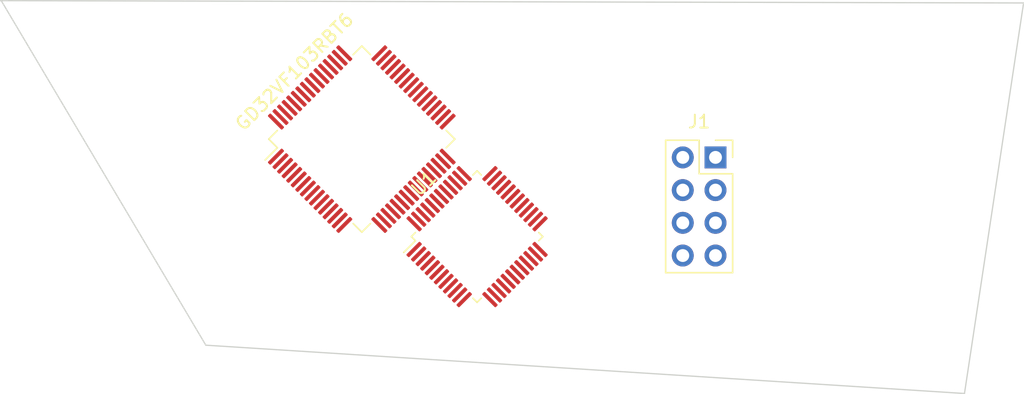
<source format=kicad_pcb>
(kicad_pcb (version 20171130) (host pcbnew "(5.1.2-1)-1")

  (general
    (thickness 1.6)
    (drawings 5)
    (tracks 0)
    (zones 0)
    (modules 3)
    (nets 121)
  )

  (page A4)
  (layers
    (0 F.Cu signal)
    (31 B.Cu signal)
    (32 B.Adhes user)
    (33 F.Adhes user)
    (34 B.Paste user)
    (35 F.Paste user)
    (36 B.SilkS user)
    (37 F.SilkS user)
    (38 B.Mask user)
    (39 F.Mask user)
    (40 Dwgs.User user)
    (41 Cmts.User user)
    (42 Eco1.User user)
    (43 Eco2.User user)
    (44 Edge.Cuts user)
    (45 Margin user)
    (46 B.CrtYd user)
    (47 F.CrtYd user)
    (48 B.Fab user)
    (49 F.Fab user)
  )

  (setup
    (last_trace_width 0.25)
    (trace_clearance 0.2)
    (zone_clearance 0.508)
    (zone_45_only no)
    (trace_min 0.2)
    (via_size 0.8)
    (via_drill 0.4)
    (via_min_size 0.4)
    (via_min_drill 0.3)
    (uvia_size 0.3)
    (uvia_drill 0.1)
    (uvias_allowed no)
    (uvia_min_size 0.2)
    (uvia_min_drill 0.1)
    (edge_width 0.05)
    (segment_width 0.2)
    (pcb_text_width 0.3)
    (pcb_text_size 1.5 1.5)
    (mod_edge_width 0.12)
    (mod_text_size 1 1)
    (mod_text_width 0.15)
    (pad_size 1.524 1.524)
    (pad_drill 0.762)
    (pad_to_mask_clearance 0.051)
    (solder_mask_min_width 0.25)
    (aux_axis_origin 0 0)
    (visible_elements FFFFFF7F)
    (pcbplotparams
      (layerselection 0x010fc_ffffffff)
      (usegerberextensions false)
      (usegerberattributes false)
      (usegerberadvancedattributes false)
      (creategerberjobfile false)
      (excludeedgelayer true)
      (linewidth 0.100000)
      (plotframeref false)
      (viasonmask false)
      (mode 1)
      (useauxorigin false)
      (hpglpennumber 1)
      (hpglpenspeed 20)
      (hpglpendiameter 15.000000)
      (psnegative false)
      (psa4output false)
      (plotreference true)
      (plotvalue true)
      (plotinvisibletext false)
      (padsonsilk false)
      (subtractmaskfromsilk false)
      (outputformat 1)
      (mirror false)
      (drillshape 1)
      (scaleselection 1)
      (outputdirectory ""))
  )

  (net 0 "")
  (net 1 "Net-(U1-Pad48)")
  (net 2 "Net-(U1-Pad47)")
  (net 3 "Net-(U1-Pad46)")
  (net 4 "Net-(U1-Pad45)")
  (net 5 "Net-(U1-Pad44)")
  (net 6 "Net-(U1-Pad43)")
  (net 7 "Net-(U1-Pad42)")
  (net 8 "Net-(U1-Pad41)")
  (net 9 "Net-(U1-Pad40)")
  (net 10 "Net-(U1-Pad39)")
  (net 11 "Net-(U1-Pad38)")
  (net 12 "Net-(U1-Pad37)")
  (net 13 "Net-(U1-Pad36)")
  (net 14 "Net-(U1-Pad35)")
  (net 15 "Net-(U1-Pad34)")
  (net 16 "Net-(U1-Pad33)")
  (net 17 "Net-(U1-Pad32)")
  (net 18 "Net-(U1-Pad31)")
  (net 19 "Net-(U1-Pad30)")
  (net 20 "Net-(U1-Pad29)")
  (net 21 "Net-(U1-Pad28)")
  (net 22 "Net-(U1-Pad27)")
  (net 23 "Net-(U1-Pad26)")
  (net 24 "Net-(U1-Pad25)")
  (net 25 "Net-(U1-Pad24)")
  (net 26 "Net-(U1-Pad23)")
  (net 27 "Net-(U1-Pad22)")
  (net 28 "Net-(U1-Pad21)")
  (net 29 "Net-(U1-Pad20)")
  (net 30 "Net-(U1-Pad19)")
  (net 31 "Net-(U1-Pad18)")
  (net 32 "Net-(U1-Pad17)")
  (net 33 "Net-(U1-Pad16)")
  (net 34 "Net-(U1-Pad15)")
  (net 35 "Net-(U1-Pad14)")
  (net 36 "Net-(U1-Pad13)")
  (net 37 "Net-(U1-Pad12)")
  (net 38 "Net-(U1-Pad11)")
  (net 39 "Net-(U1-Pad10)")
  (net 40 "Net-(U1-Pad9)")
  (net 41 "Net-(U1-Pad8)")
  (net 42 "Net-(U1-Pad7)")
  (net 43 "Net-(U1-Pad6)")
  (net 44 "Net-(U1-Pad5)")
  (net 45 "Net-(U1-Pad4)")
  (net 46 "Net-(U1-Pad3)")
  (net 47 "Net-(U1-Pad2)")
  (net 48 "Net-(U1-Pad1)")
  (net 49 "Net-(J1-Pad8)")
  (net 50 "Net-(J1-Pad7)")
  (net 51 "Net-(J1-Pad6)")
  (net 52 "Net-(J1-Pad5)")
  (net 53 "Net-(J1-Pad4)")
  (net 54 "Net-(J1-Pad3)")
  (net 55 "Net-(J1-Pad2)")
  (net 56 "Net-(J1-Pad1)")
  (net 57 "Net-(U2-Pad64)")
  (net 58 "Net-(U2-Pad63)")
  (net 59 "Net-(U2-Pad62)")
  (net 60 "Net-(U2-Pad61)")
  (net 61 "Net-(U2-Pad60)")
  (net 62 "Net-(U2-Pad59)")
  (net 63 "Net-(U2-Pad58)")
  (net 64 "Net-(U2-Pad57)")
  (net 65 "Net-(U2-Pad56)")
  (net 66 "Net-(U2-Pad55)")
  (net 67 "Net-(U2-Pad54)")
  (net 68 "Net-(U2-Pad53)")
  (net 69 "Net-(U2-Pad52)")
  (net 70 "Net-(U2-Pad51)")
  (net 71 "Net-(U2-Pad50)")
  (net 72 "Net-(U2-Pad49)")
  (net 73 "Net-(U2-Pad48)")
  (net 74 "Net-(U2-Pad47)")
  (net 75 "Net-(U2-Pad46)")
  (net 76 "Net-(U2-Pad45)")
  (net 77 "Net-(U2-Pad44)")
  (net 78 "Net-(U2-Pad43)")
  (net 79 "Net-(U2-Pad42)")
  (net 80 "Net-(U2-Pad41)")
  (net 81 "Net-(U2-Pad40)")
  (net 82 "Net-(U2-Pad39)")
  (net 83 "Net-(U2-Pad38)")
  (net 84 "Net-(U2-Pad37)")
  (net 85 "Net-(U2-Pad36)")
  (net 86 "Net-(U2-Pad35)")
  (net 87 "Net-(U2-Pad34)")
  (net 88 "Net-(U2-Pad33)")
  (net 89 "Net-(U2-Pad32)")
  (net 90 "Net-(U2-Pad31)")
  (net 91 "Net-(U2-Pad30)")
  (net 92 "Net-(U2-Pad29)")
  (net 93 "Net-(U2-Pad28)")
  (net 94 "Net-(U2-Pad27)")
  (net 95 "Net-(U2-Pad26)")
  (net 96 "Net-(U2-Pad25)")
  (net 97 "Net-(U2-Pad24)")
  (net 98 "Net-(U2-Pad23)")
  (net 99 "Net-(U2-Pad22)")
  (net 100 "Net-(U2-Pad21)")
  (net 101 "Net-(U2-Pad20)")
  (net 102 "Net-(U2-Pad19)")
  (net 103 "Net-(U2-Pad18)")
  (net 104 "Net-(U2-Pad17)")
  (net 105 "Net-(U2-Pad16)")
  (net 106 "Net-(U2-Pad15)")
  (net 107 "Net-(U2-Pad14)")
  (net 108 "Net-(U2-Pad13)")
  (net 109 "Net-(U2-Pad12)")
  (net 110 "Net-(U2-Pad11)")
  (net 111 "Net-(U2-Pad10)")
  (net 112 "Net-(U2-Pad9)")
  (net 113 "Net-(U2-Pad8)")
  (net 114 "Net-(U2-Pad7)")
  (net 115 "Net-(U2-Pad6)")
  (net 116 "Net-(U2-Pad5)")
  (net 117 "Net-(U2-Pad4)")
  (net 118 "Net-(U2-Pad3)")
  (net 119 "Net-(U2-Pad2)")
  (net 120 "Net-(U2-Pad1)")

  (net_class Default 这是默认网络类。
    (clearance 0.2)
    (trace_width 0.25)
    (via_dia 0.8)
    (via_drill 0.4)
    (uvia_dia 0.3)
    (uvia_drill 0.1)
    (add_net "Net-(J1-Pad1)")
    (add_net "Net-(J1-Pad2)")
    (add_net "Net-(J1-Pad3)")
    (add_net "Net-(J1-Pad4)")
    (add_net "Net-(J1-Pad5)")
    (add_net "Net-(J1-Pad6)")
    (add_net "Net-(J1-Pad7)")
    (add_net "Net-(J1-Pad8)")
    (add_net "Net-(U1-Pad1)")
    (add_net "Net-(U1-Pad10)")
    (add_net "Net-(U1-Pad11)")
    (add_net "Net-(U1-Pad12)")
    (add_net "Net-(U1-Pad13)")
    (add_net "Net-(U1-Pad14)")
    (add_net "Net-(U1-Pad15)")
    (add_net "Net-(U1-Pad16)")
    (add_net "Net-(U1-Pad17)")
    (add_net "Net-(U1-Pad18)")
    (add_net "Net-(U1-Pad19)")
    (add_net "Net-(U1-Pad2)")
    (add_net "Net-(U1-Pad20)")
    (add_net "Net-(U1-Pad21)")
    (add_net "Net-(U1-Pad22)")
    (add_net "Net-(U1-Pad23)")
    (add_net "Net-(U1-Pad24)")
    (add_net "Net-(U1-Pad25)")
    (add_net "Net-(U1-Pad26)")
    (add_net "Net-(U1-Pad27)")
    (add_net "Net-(U1-Pad28)")
    (add_net "Net-(U1-Pad29)")
    (add_net "Net-(U1-Pad3)")
    (add_net "Net-(U1-Pad30)")
    (add_net "Net-(U1-Pad31)")
    (add_net "Net-(U1-Pad32)")
    (add_net "Net-(U1-Pad33)")
    (add_net "Net-(U1-Pad34)")
    (add_net "Net-(U1-Pad35)")
    (add_net "Net-(U1-Pad36)")
    (add_net "Net-(U1-Pad37)")
    (add_net "Net-(U1-Pad38)")
    (add_net "Net-(U1-Pad39)")
    (add_net "Net-(U1-Pad4)")
    (add_net "Net-(U1-Pad40)")
    (add_net "Net-(U1-Pad41)")
    (add_net "Net-(U1-Pad42)")
    (add_net "Net-(U1-Pad43)")
    (add_net "Net-(U1-Pad44)")
    (add_net "Net-(U1-Pad45)")
    (add_net "Net-(U1-Pad46)")
    (add_net "Net-(U1-Pad47)")
    (add_net "Net-(U1-Pad48)")
    (add_net "Net-(U1-Pad5)")
    (add_net "Net-(U1-Pad6)")
    (add_net "Net-(U1-Pad7)")
    (add_net "Net-(U1-Pad8)")
    (add_net "Net-(U1-Pad9)")
    (add_net "Net-(U2-Pad1)")
    (add_net "Net-(U2-Pad10)")
    (add_net "Net-(U2-Pad11)")
    (add_net "Net-(U2-Pad12)")
    (add_net "Net-(U2-Pad13)")
    (add_net "Net-(U2-Pad14)")
    (add_net "Net-(U2-Pad15)")
    (add_net "Net-(U2-Pad16)")
    (add_net "Net-(U2-Pad17)")
    (add_net "Net-(U2-Pad18)")
    (add_net "Net-(U2-Pad19)")
    (add_net "Net-(U2-Pad2)")
    (add_net "Net-(U2-Pad20)")
    (add_net "Net-(U2-Pad21)")
    (add_net "Net-(U2-Pad22)")
    (add_net "Net-(U2-Pad23)")
    (add_net "Net-(U2-Pad24)")
    (add_net "Net-(U2-Pad25)")
    (add_net "Net-(U2-Pad26)")
    (add_net "Net-(U2-Pad27)")
    (add_net "Net-(U2-Pad28)")
    (add_net "Net-(U2-Pad29)")
    (add_net "Net-(U2-Pad3)")
    (add_net "Net-(U2-Pad30)")
    (add_net "Net-(U2-Pad31)")
    (add_net "Net-(U2-Pad32)")
    (add_net "Net-(U2-Pad33)")
    (add_net "Net-(U2-Pad34)")
    (add_net "Net-(U2-Pad35)")
    (add_net "Net-(U2-Pad36)")
    (add_net "Net-(U2-Pad37)")
    (add_net "Net-(U2-Pad38)")
    (add_net "Net-(U2-Pad39)")
    (add_net "Net-(U2-Pad4)")
    (add_net "Net-(U2-Pad40)")
    (add_net "Net-(U2-Pad41)")
    (add_net "Net-(U2-Pad42)")
    (add_net "Net-(U2-Pad43)")
    (add_net "Net-(U2-Pad44)")
    (add_net "Net-(U2-Pad45)")
    (add_net "Net-(U2-Pad46)")
    (add_net "Net-(U2-Pad47)")
    (add_net "Net-(U2-Pad48)")
    (add_net "Net-(U2-Pad49)")
    (add_net "Net-(U2-Pad5)")
    (add_net "Net-(U2-Pad50)")
    (add_net "Net-(U2-Pad51)")
    (add_net "Net-(U2-Pad52)")
    (add_net "Net-(U2-Pad53)")
    (add_net "Net-(U2-Pad54)")
    (add_net "Net-(U2-Pad55)")
    (add_net "Net-(U2-Pad56)")
    (add_net "Net-(U2-Pad57)")
    (add_net "Net-(U2-Pad58)")
    (add_net "Net-(U2-Pad59)")
    (add_net "Net-(U2-Pad6)")
    (add_net "Net-(U2-Pad60)")
    (add_net "Net-(U2-Pad61)")
    (add_net "Net-(U2-Pad62)")
    (add_net "Net-(U2-Pad63)")
    (add_net "Net-(U2-Pad64)")
    (add_net "Net-(U2-Pad7)")
    (add_net "Net-(U2-Pad8)")
    (add_net "Net-(U2-Pad9)")
  )

  (module Package_QFP:LQFP-64_10x10mm_P0.5mm (layer F.Cu) (tedit 5C194D4E) (tstamp 5EBB62EC)
    (at 106.44 61.9 45)
    (descr "LQFP, 64 Pin (https://www.analog.com/media/en/technical-documentation/data-sheets/ad7606_7606-6_7606-4.pdf), generated with kicad-footprint-generator ipc_gullwing_generator.py")
    (tags "LQFP QFP")
    (path /5EBB8943)
    (attr smd)
    (fp_text reference GD32VF103RBT6 (at 0 -7.4 45) (layer F.SilkS)
      (effects (font (size 1 1) (thickness 0.15)))
    )
    (fp_text value GD32VF103RBTx (at -7.863027 -0.678823 135) (layer F.Fab)
      (effects (font (size 1 1) (thickness 0.15)))
    )
    (fp_text user %R (at 0 0 135) (layer F.Fab)
      (effects (font (size 1 1) (thickness 0.15)))
    )
    (fp_line (start 6.7 4.15) (end 6.7 0) (layer F.CrtYd) (width 0.05))
    (fp_line (start 5.25 4.15) (end 6.7 4.15) (layer F.CrtYd) (width 0.05))
    (fp_line (start 5.25 5.25) (end 5.25 4.15) (layer F.CrtYd) (width 0.05))
    (fp_line (start 4.15 5.25) (end 5.25 5.25) (layer F.CrtYd) (width 0.05))
    (fp_line (start 4.15 6.7) (end 4.15 5.25) (layer F.CrtYd) (width 0.05))
    (fp_line (start 0 6.7) (end 4.15 6.7) (layer F.CrtYd) (width 0.05))
    (fp_line (start -6.7 4.15) (end -6.7 0) (layer F.CrtYd) (width 0.05))
    (fp_line (start -5.25 4.15) (end -6.7 4.15) (layer F.CrtYd) (width 0.05))
    (fp_line (start -5.25 5.25) (end -5.25 4.15) (layer F.CrtYd) (width 0.05))
    (fp_line (start -4.15 5.25) (end -5.25 5.25) (layer F.CrtYd) (width 0.05))
    (fp_line (start -4.15 6.7) (end -4.15 5.25) (layer F.CrtYd) (width 0.05))
    (fp_line (start 0 6.7) (end -4.15 6.7) (layer F.CrtYd) (width 0.05))
    (fp_line (start 6.7 -4.15) (end 6.7 0) (layer F.CrtYd) (width 0.05))
    (fp_line (start 5.25 -4.15) (end 6.7 -4.15) (layer F.CrtYd) (width 0.05))
    (fp_line (start 5.25 -5.25) (end 5.25 -4.15) (layer F.CrtYd) (width 0.05))
    (fp_line (start 4.15 -5.25) (end 5.25 -5.25) (layer F.CrtYd) (width 0.05))
    (fp_line (start 4.15 -6.7) (end 4.15 -5.25) (layer F.CrtYd) (width 0.05))
    (fp_line (start 0 -6.7) (end 4.15 -6.7) (layer F.CrtYd) (width 0.05))
    (fp_line (start -6.7 -4.15) (end -6.7 0) (layer F.CrtYd) (width 0.05))
    (fp_line (start -5.25 -4.15) (end -6.7 -4.15) (layer F.CrtYd) (width 0.05))
    (fp_line (start -5.25 -5.25) (end -5.25 -4.15) (layer F.CrtYd) (width 0.05))
    (fp_line (start -4.15 -5.25) (end -5.25 -5.25) (layer F.CrtYd) (width 0.05))
    (fp_line (start -4.15 -6.7) (end -4.15 -5.25) (layer F.CrtYd) (width 0.05))
    (fp_line (start 0 -6.7) (end -4.15 -6.7) (layer F.CrtYd) (width 0.05))
    (fp_line (start -5 -4) (end -4 -5) (layer F.Fab) (width 0.1))
    (fp_line (start -5 5) (end -5 -4) (layer F.Fab) (width 0.1))
    (fp_line (start 5 5) (end -5 5) (layer F.Fab) (width 0.1))
    (fp_line (start 5 -5) (end 5 5) (layer F.Fab) (width 0.1))
    (fp_line (start -4 -5) (end 5 -5) (layer F.Fab) (width 0.1))
    (fp_line (start -5.11 -4.16) (end -6.45 -4.16) (layer F.SilkS) (width 0.12))
    (fp_line (start -5.11 -5.11) (end -5.11 -4.16) (layer F.SilkS) (width 0.12))
    (fp_line (start -4.16 -5.11) (end -5.11 -5.11) (layer F.SilkS) (width 0.12))
    (fp_line (start 5.11 -5.11) (end 5.11 -4.16) (layer F.SilkS) (width 0.12))
    (fp_line (start 4.16 -5.11) (end 5.11 -5.11) (layer F.SilkS) (width 0.12))
    (fp_line (start -5.11 5.11) (end -5.11 4.16) (layer F.SilkS) (width 0.12))
    (fp_line (start -4.16 5.11) (end -5.11 5.11) (layer F.SilkS) (width 0.12))
    (fp_line (start 5.11 5.11) (end 5.11 4.16) (layer F.SilkS) (width 0.12))
    (fp_line (start 4.16 5.11) (end 5.11 5.11) (layer F.SilkS) (width 0.12))
    (pad 64 smd roundrect (at -3.75 -5.675 45) (size 0.3 1.55) (layers F.Cu F.Paste F.Mask) (roundrect_rratio 0.25)
      (net 57 "Net-(U2-Pad64)"))
    (pad 63 smd roundrect (at -3.25 -5.675 45) (size 0.3 1.55) (layers F.Cu F.Paste F.Mask) (roundrect_rratio 0.25)
      (net 58 "Net-(U2-Pad63)"))
    (pad 62 smd roundrect (at -2.75 -5.675 45) (size 0.3 1.55) (layers F.Cu F.Paste F.Mask) (roundrect_rratio 0.25)
      (net 59 "Net-(U2-Pad62)"))
    (pad 61 smd roundrect (at -2.25 -5.675 45) (size 0.3 1.55) (layers F.Cu F.Paste F.Mask) (roundrect_rratio 0.25)
      (net 60 "Net-(U2-Pad61)"))
    (pad 60 smd roundrect (at -1.75 -5.675 45) (size 0.3 1.55) (layers F.Cu F.Paste F.Mask) (roundrect_rratio 0.25)
      (net 61 "Net-(U2-Pad60)"))
    (pad 59 smd roundrect (at -1.25 -5.675 45) (size 0.3 1.55) (layers F.Cu F.Paste F.Mask) (roundrect_rratio 0.25)
      (net 62 "Net-(U2-Pad59)"))
    (pad 58 smd roundrect (at -0.75 -5.675 45) (size 0.3 1.55) (layers F.Cu F.Paste F.Mask) (roundrect_rratio 0.25)
      (net 63 "Net-(U2-Pad58)"))
    (pad 57 smd roundrect (at -0.25 -5.675 45) (size 0.3 1.55) (layers F.Cu F.Paste F.Mask) (roundrect_rratio 0.25)
      (net 64 "Net-(U2-Pad57)"))
    (pad 56 smd roundrect (at 0.25 -5.675 45) (size 0.3 1.55) (layers F.Cu F.Paste F.Mask) (roundrect_rratio 0.25)
      (net 65 "Net-(U2-Pad56)"))
    (pad 55 smd roundrect (at 0.75 -5.675 45) (size 0.3 1.55) (layers F.Cu F.Paste F.Mask) (roundrect_rratio 0.25)
      (net 66 "Net-(U2-Pad55)"))
    (pad 54 smd roundrect (at 1.25 -5.675 45) (size 0.3 1.55) (layers F.Cu F.Paste F.Mask) (roundrect_rratio 0.25)
      (net 67 "Net-(U2-Pad54)"))
    (pad 53 smd roundrect (at 1.75 -5.675 45) (size 0.3 1.55) (layers F.Cu F.Paste F.Mask) (roundrect_rratio 0.25)
      (net 68 "Net-(U2-Pad53)"))
    (pad 52 smd roundrect (at 2.25 -5.675 45) (size 0.3 1.55) (layers F.Cu F.Paste F.Mask) (roundrect_rratio 0.25)
      (net 69 "Net-(U2-Pad52)"))
    (pad 51 smd roundrect (at 2.75 -5.675 45) (size 0.3 1.55) (layers F.Cu F.Paste F.Mask) (roundrect_rratio 0.25)
      (net 70 "Net-(U2-Pad51)"))
    (pad 50 smd roundrect (at 3.25 -5.675 45) (size 0.3 1.55) (layers F.Cu F.Paste F.Mask) (roundrect_rratio 0.25)
      (net 71 "Net-(U2-Pad50)"))
    (pad 49 smd roundrect (at 3.75 -5.675 45) (size 0.3 1.55) (layers F.Cu F.Paste F.Mask) (roundrect_rratio 0.25)
      (net 72 "Net-(U2-Pad49)"))
    (pad 48 smd roundrect (at 5.675 -3.75 45) (size 1.55 0.3) (layers F.Cu F.Paste F.Mask) (roundrect_rratio 0.25)
      (net 73 "Net-(U2-Pad48)"))
    (pad 47 smd roundrect (at 5.675 -3.25 45) (size 1.55 0.3) (layers F.Cu F.Paste F.Mask) (roundrect_rratio 0.25)
      (net 74 "Net-(U2-Pad47)"))
    (pad 46 smd roundrect (at 5.675 -2.75 45) (size 1.55 0.3) (layers F.Cu F.Paste F.Mask) (roundrect_rratio 0.25)
      (net 75 "Net-(U2-Pad46)"))
    (pad 45 smd roundrect (at 5.675 -2.25 45) (size 1.55 0.3) (layers F.Cu F.Paste F.Mask) (roundrect_rratio 0.25)
      (net 76 "Net-(U2-Pad45)"))
    (pad 44 smd roundrect (at 5.675 -1.75 45) (size 1.55 0.3) (layers F.Cu F.Paste F.Mask) (roundrect_rratio 0.25)
      (net 77 "Net-(U2-Pad44)"))
    (pad 43 smd roundrect (at 5.675 -1.25 45) (size 1.55 0.3) (layers F.Cu F.Paste F.Mask) (roundrect_rratio 0.25)
      (net 78 "Net-(U2-Pad43)"))
    (pad 42 smd roundrect (at 5.675 -0.75 45) (size 1.55 0.3) (layers F.Cu F.Paste F.Mask) (roundrect_rratio 0.25)
      (net 79 "Net-(U2-Pad42)"))
    (pad 41 smd roundrect (at 5.675 -0.25 45) (size 1.55 0.3) (layers F.Cu F.Paste F.Mask) (roundrect_rratio 0.25)
      (net 80 "Net-(U2-Pad41)"))
    (pad 40 smd roundrect (at 5.675 0.25 45) (size 1.55 0.3) (layers F.Cu F.Paste F.Mask) (roundrect_rratio 0.25)
      (net 81 "Net-(U2-Pad40)"))
    (pad 39 smd roundrect (at 5.675 0.75 45) (size 1.55 0.3) (layers F.Cu F.Paste F.Mask) (roundrect_rratio 0.25)
      (net 82 "Net-(U2-Pad39)"))
    (pad 38 smd roundrect (at 5.675 1.25 45) (size 1.55 0.3) (layers F.Cu F.Paste F.Mask) (roundrect_rratio 0.25)
      (net 83 "Net-(U2-Pad38)"))
    (pad 37 smd roundrect (at 5.675 1.75 45) (size 1.55 0.3) (layers F.Cu F.Paste F.Mask) (roundrect_rratio 0.25)
      (net 84 "Net-(U2-Pad37)"))
    (pad 36 smd roundrect (at 5.675 2.25 45) (size 1.55 0.3) (layers F.Cu F.Paste F.Mask) (roundrect_rratio 0.25)
      (net 85 "Net-(U2-Pad36)"))
    (pad 35 smd roundrect (at 5.675 2.75 45) (size 1.55 0.3) (layers F.Cu F.Paste F.Mask) (roundrect_rratio 0.25)
      (net 86 "Net-(U2-Pad35)"))
    (pad 34 smd roundrect (at 5.675 3.25 45) (size 1.55 0.3) (layers F.Cu F.Paste F.Mask) (roundrect_rratio 0.25)
      (net 87 "Net-(U2-Pad34)"))
    (pad 33 smd roundrect (at 5.675 3.75 45) (size 1.55 0.3) (layers F.Cu F.Paste F.Mask) (roundrect_rratio 0.25)
      (net 88 "Net-(U2-Pad33)"))
    (pad 32 smd roundrect (at 3.75 5.675 45) (size 0.3 1.55) (layers F.Cu F.Paste F.Mask) (roundrect_rratio 0.25)
      (net 89 "Net-(U2-Pad32)"))
    (pad 31 smd roundrect (at 3.25 5.675 45) (size 0.3 1.55) (layers F.Cu F.Paste F.Mask) (roundrect_rratio 0.25)
      (net 90 "Net-(U2-Pad31)"))
    (pad 30 smd roundrect (at 2.75 5.675 45) (size 0.3 1.55) (layers F.Cu F.Paste F.Mask) (roundrect_rratio 0.25)
      (net 91 "Net-(U2-Pad30)"))
    (pad 29 smd roundrect (at 2.25 5.675 45) (size 0.3 1.55) (layers F.Cu F.Paste F.Mask) (roundrect_rratio 0.25)
      (net 92 "Net-(U2-Pad29)"))
    (pad 28 smd roundrect (at 1.75 5.675 45) (size 0.3 1.55) (layers F.Cu F.Paste F.Mask) (roundrect_rratio 0.25)
      (net 93 "Net-(U2-Pad28)"))
    (pad 27 smd roundrect (at 1.25 5.675 45) (size 0.3 1.55) (layers F.Cu F.Paste F.Mask) (roundrect_rratio 0.25)
      (net 94 "Net-(U2-Pad27)"))
    (pad 26 smd roundrect (at 0.75 5.675 45) (size 0.3 1.55) (layers F.Cu F.Paste F.Mask) (roundrect_rratio 0.25)
      (net 95 "Net-(U2-Pad26)"))
    (pad 25 smd roundrect (at 0.25 5.675 45) (size 0.3 1.55) (layers F.Cu F.Paste F.Mask) (roundrect_rratio 0.25)
      (net 96 "Net-(U2-Pad25)"))
    (pad 24 smd roundrect (at -0.25 5.675 45) (size 0.3 1.55) (layers F.Cu F.Paste F.Mask) (roundrect_rratio 0.25)
      (net 97 "Net-(U2-Pad24)"))
    (pad 23 smd roundrect (at -0.75 5.675 45) (size 0.3 1.55) (layers F.Cu F.Paste F.Mask) (roundrect_rratio 0.25)
      (net 98 "Net-(U2-Pad23)"))
    (pad 22 smd roundrect (at -1.25 5.675 45) (size 0.3 1.55) (layers F.Cu F.Paste F.Mask) (roundrect_rratio 0.25)
      (net 99 "Net-(U2-Pad22)"))
    (pad 21 smd roundrect (at -1.75 5.675 45) (size 0.3 1.55) (layers F.Cu F.Paste F.Mask) (roundrect_rratio 0.25)
      (net 100 "Net-(U2-Pad21)"))
    (pad 20 smd roundrect (at -2.25 5.675 45) (size 0.3 1.55) (layers F.Cu F.Paste F.Mask) (roundrect_rratio 0.25)
      (net 101 "Net-(U2-Pad20)"))
    (pad 19 smd roundrect (at -2.75 5.675 45) (size 0.3 1.55) (layers F.Cu F.Paste F.Mask) (roundrect_rratio 0.25)
      (net 102 "Net-(U2-Pad19)"))
    (pad 18 smd roundrect (at -3.25 5.675 45) (size 0.3 1.55) (layers F.Cu F.Paste F.Mask) (roundrect_rratio 0.25)
      (net 103 "Net-(U2-Pad18)"))
    (pad 17 smd roundrect (at -3.75 5.675 45) (size 0.3 1.55) (layers F.Cu F.Paste F.Mask) (roundrect_rratio 0.25)
      (net 104 "Net-(U2-Pad17)"))
    (pad 16 smd roundrect (at -5.675 3.75 45) (size 1.55 0.3) (layers F.Cu F.Paste F.Mask) (roundrect_rratio 0.25)
      (net 105 "Net-(U2-Pad16)"))
    (pad 15 smd roundrect (at -5.675 3.25 45) (size 1.55 0.3) (layers F.Cu F.Paste F.Mask) (roundrect_rratio 0.25)
      (net 106 "Net-(U2-Pad15)"))
    (pad 14 smd roundrect (at -5.675 2.75 45) (size 1.55 0.3) (layers F.Cu F.Paste F.Mask) (roundrect_rratio 0.25)
      (net 107 "Net-(U2-Pad14)"))
    (pad 13 smd roundrect (at -5.675 2.25 45) (size 1.55 0.3) (layers F.Cu F.Paste F.Mask) (roundrect_rratio 0.25)
      (net 108 "Net-(U2-Pad13)"))
    (pad 12 smd roundrect (at -5.675 1.75 45) (size 1.55 0.3) (layers F.Cu F.Paste F.Mask) (roundrect_rratio 0.25)
      (net 109 "Net-(U2-Pad12)"))
    (pad 11 smd roundrect (at -5.675 1.25 45) (size 1.55 0.3) (layers F.Cu F.Paste F.Mask) (roundrect_rratio 0.25)
      (net 110 "Net-(U2-Pad11)"))
    (pad 10 smd roundrect (at -5.675 0.75 45) (size 1.55 0.3) (layers F.Cu F.Paste F.Mask) (roundrect_rratio 0.25)
      (net 111 "Net-(U2-Pad10)"))
    (pad 9 smd roundrect (at -5.675 0.25 45) (size 1.55 0.3) (layers F.Cu F.Paste F.Mask) (roundrect_rratio 0.25)
      (net 112 "Net-(U2-Pad9)"))
    (pad 8 smd roundrect (at -5.675 -0.25 45) (size 1.55 0.3) (layers F.Cu F.Paste F.Mask) (roundrect_rratio 0.25)
      (net 113 "Net-(U2-Pad8)"))
    (pad 7 smd roundrect (at -5.675 -0.75 45) (size 1.55 0.3) (layers F.Cu F.Paste F.Mask) (roundrect_rratio 0.25)
      (net 114 "Net-(U2-Pad7)"))
    (pad 6 smd roundrect (at -5.675 -1.25 45) (size 1.55 0.3) (layers F.Cu F.Paste F.Mask) (roundrect_rratio 0.25)
      (net 115 "Net-(U2-Pad6)"))
    (pad 5 smd roundrect (at -5.675 -1.75 45) (size 1.55 0.3) (layers F.Cu F.Paste F.Mask) (roundrect_rratio 0.25)
      (net 116 "Net-(U2-Pad5)"))
    (pad 4 smd roundrect (at -5.675 -2.25 45) (size 1.55 0.3) (layers F.Cu F.Paste F.Mask) (roundrect_rratio 0.25)
      (net 117 "Net-(U2-Pad4)"))
    (pad 3 smd roundrect (at -5.675 -2.75 45) (size 1.55 0.3) (layers F.Cu F.Paste F.Mask) (roundrect_rratio 0.25)
      (net 118 "Net-(U2-Pad3)"))
    (pad 2 smd roundrect (at -5.675 -3.25 45) (size 1.55 0.3) (layers F.Cu F.Paste F.Mask) (roundrect_rratio 0.25)
      (net 119 "Net-(U2-Pad2)"))
    (pad 1 smd roundrect (at -5.675 -3.75 45) (size 1.55 0.3) (layers F.Cu F.Paste F.Mask) (roundrect_rratio 0.25)
      (net 120 "Net-(U2-Pad1)"))
    (model ${KISYS3DMOD}/Package_QFP.3dshapes/LQFP-64_10x10mm_P0.5mm.wrl
      (at (xyz 0 0 0))
      (scale (xyz 1 1 1))
      (rotate (xyz 0 0 0))
    )
  )

  (module Connector_PinSocket_2.54mm:PinSocket_2x04_P2.54mm_Vertical (layer F.Cu) (tedit 5A19A422) (tstamp 5EBB147F)
    (at 133.9 63.32)
    (descr "Through hole straight socket strip, 2x04, 2.54mm pitch, double cols (from Kicad 4.0.7), script generated")
    (tags "Through hole socket strip THT 2x04 2.54mm double row")
    (path /5EBB2DB2)
    (fp_text reference J1 (at -1.27 -2.77) (layer F.SilkS)
      (effects (font (size 1 1) (thickness 0.15)))
    )
    (fp_text value Conn_02x04_Odd_Even (at -1.27 10.39) (layer F.Fab)
      (effects (font (size 1 1) (thickness 0.15)))
    )
    (fp_text user %R (at -1.27 3.81 90) (layer F.Fab)
      (effects (font (size 1 1) (thickness 0.15)))
    )
    (fp_line (start -4.34 9.4) (end -4.34 -1.8) (layer F.CrtYd) (width 0.05))
    (fp_line (start 1.76 9.4) (end -4.34 9.4) (layer F.CrtYd) (width 0.05))
    (fp_line (start 1.76 -1.8) (end 1.76 9.4) (layer F.CrtYd) (width 0.05))
    (fp_line (start -4.34 -1.8) (end 1.76 -1.8) (layer F.CrtYd) (width 0.05))
    (fp_line (start 0 -1.33) (end 1.33 -1.33) (layer F.SilkS) (width 0.12))
    (fp_line (start 1.33 -1.33) (end 1.33 0) (layer F.SilkS) (width 0.12))
    (fp_line (start -1.27 -1.33) (end -1.27 1.27) (layer F.SilkS) (width 0.12))
    (fp_line (start -1.27 1.27) (end 1.33 1.27) (layer F.SilkS) (width 0.12))
    (fp_line (start 1.33 1.27) (end 1.33 8.95) (layer F.SilkS) (width 0.12))
    (fp_line (start -3.87 8.95) (end 1.33 8.95) (layer F.SilkS) (width 0.12))
    (fp_line (start -3.87 -1.33) (end -3.87 8.95) (layer F.SilkS) (width 0.12))
    (fp_line (start -3.87 -1.33) (end -1.27 -1.33) (layer F.SilkS) (width 0.12))
    (fp_line (start -3.81 8.89) (end -3.81 -1.27) (layer F.Fab) (width 0.1))
    (fp_line (start 1.27 8.89) (end -3.81 8.89) (layer F.Fab) (width 0.1))
    (fp_line (start 1.27 -0.27) (end 1.27 8.89) (layer F.Fab) (width 0.1))
    (fp_line (start 0.27 -1.27) (end 1.27 -0.27) (layer F.Fab) (width 0.1))
    (fp_line (start -3.81 -1.27) (end 0.27 -1.27) (layer F.Fab) (width 0.1))
    (pad 8 thru_hole oval (at -2.54 7.62) (size 1.7 1.7) (drill 1) (layers *.Cu *.Mask)
      (net 49 "Net-(J1-Pad8)"))
    (pad 7 thru_hole oval (at 0 7.62) (size 1.7 1.7) (drill 1) (layers *.Cu *.Mask)
      (net 50 "Net-(J1-Pad7)"))
    (pad 6 thru_hole oval (at -2.54 5.08) (size 1.7 1.7) (drill 1) (layers *.Cu *.Mask)
      (net 51 "Net-(J1-Pad6)"))
    (pad 5 thru_hole oval (at 0 5.08) (size 1.7 1.7) (drill 1) (layers *.Cu *.Mask)
      (net 52 "Net-(J1-Pad5)"))
    (pad 4 thru_hole oval (at -2.54 2.54) (size 1.7 1.7) (drill 1) (layers *.Cu *.Mask)
      (net 53 "Net-(J1-Pad4)"))
    (pad 3 thru_hole oval (at 0 2.54) (size 1.7 1.7) (drill 1) (layers *.Cu *.Mask)
      (net 54 "Net-(J1-Pad3)"))
    (pad 2 thru_hole oval (at -2.54 0) (size 1.7 1.7) (drill 1) (layers *.Cu *.Mask)
      (net 55 "Net-(J1-Pad2)"))
    (pad 1 thru_hole rect (at 0 0) (size 1.7 1.7) (drill 1) (layers *.Cu *.Mask)
      (net 56 "Net-(J1-Pad1)"))
    (model ${KISYS3DMOD}/Connector_PinSocket_2.54mm.3dshapes/PinSocket_2x04_P2.54mm_Vertical.wrl
      (at (xyz 0 0 0))
      (scale (xyz 1 1 1))
      (rotate (xyz 0 0 0))
    )
  )

  (module Package_QFP:LQFP-48_7x7mm_P0.5mm (layer F.Cu) (tedit 5C18330E) (tstamp 5EBB61CE)
    (at 115.39 69.47 45)
    (descr "LQFP, 48 Pin (https://www.analog.com/media/en/technical-documentation/data-sheets/ltc2358-16.pdf), generated with kicad-footprint-generator ipc_gullwing_generator.py")
    (tags "LQFP QFP")
    (path /5EBAD8D5)
    (attr smd)
    (fp_text reference U1 (at 0 -5.85 45) (layer F.SilkS)
      (effects (font (size 1 1) (thickness 0.15)))
    )
    (fp_text value GD32VF103CBTx (at 0 5.85 45) (layer F.Fab)
      (effects (font (size 1 1) (thickness 0.15)))
    )
    (fp_text user %R (at 0 0 225) (layer F.Fab)
      (effects (font (size 1 1) (thickness 0.15)))
    )
    (fp_line (start 5.15 3.15) (end 5.15 0) (layer F.CrtYd) (width 0.05))
    (fp_line (start 3.75 3.15) (end 5.15 3.15) (layer F.CrtYd) (width 0.05))
    (fp_line (start 3.75 3.75) (end 3.75 3.15) (layer F.CrtYd) (width 0.05))
    (fp_line (start 3.15 3.75) (end 3.75 3.75) (layer F.CrtYd) (width 0.05))
    (fp_line (start 3.15 5.15) (end 3.15 3.75) (layer F.CrtYd) (width 0.05))
    (fp_line (start 0 5.15) (end 3.15 5.15) (layer F.CrtYd) (width 0.05))
    (fp_line (start -5.15 3.15) (end -5.15 0) (layer F.CrtYd) (width 0.05))
    (fp_line (start -3.75 3.15) (end -5.15 3.15) (layer F.CrtYd) (width 0.05))
    (fp_line (start -3.75 3.75) (end -3.75 3.15) (layer F.CrtYd) (width 0.05))
    (fp_line (start -3.15 3.75) (end -3.75 3.75) (layer F.CrtYd) (width 0.05))
    (fp_line (start -3.15 5.15) (end -3.15 3.75) (layer F.CrtYd) (width 0.05))
    (fp_line (start 0 5.15) (end -3.15 5.15) (layer F.CrtYd) (width 0.05))
    (fp_line (start 5.15 -3.15) (end 5.15 0) (layer F.CrtYd) (width 0.05))
    (fp_line (start 3.75 -3.15) (end 5.15 -3.15) (layer F.CrtYd) (width 0.05))
    (fp_line (start 3.75 -3.75) (end 3.75 -3.15) (layer F.CrtYd) (width 0.05))
    (fp_line (start 3.15 -3.75) (end 3.75 -3.75) (layer F.CrtYd) (width 0.05))
    (fp_line (start 3.15 -5.15) (end 3.15 -3.75) (layer F.CrtYd) (width 0.05))
    (fp_line (start 0 -5.15) (end 3.15 -5.15) (layer F.CrtYd) (width 0.05))
    (fp_line (start -5.15 -3.15) (end -5.15 0) (layer F.CrtYd) (width 0.05))
    (fp_line (start -3.75 -3.15) (end -5.15 -3.15) (layer F.CrtYd) (width 0.05))
    (fp_line (start -3.75 -3.75) (end -3.75 -3.15) (layer F.CrtYd) (width 0.05))
    (fp_line (start -3.15 -3.75) (end -3.75 -3.75) (layer F.CrtYd) (width 0.05))
    (fp_line (start -3.15 -5.15) (end -3.15 -3.75) (layer F.CrtYd) (width 0.05))
    (fp_line (start 0 -5.15) (end -3.15 -5.15) (layer F.CrtYd) (width 0.05))
    (fp_line (start -3.5 -2.5) (end -2.5 -3.5) (layer F.Fab) (width 0.1))
    (fp_line (start -3.5 3.5) (end -3.5 -2.5) (layer F.Fab) (width 0.1))
    (fp_line (start 3.5 3.5) (end -3.5 3.5) (layer F.Fab) (width 0.1))
    (fp_line (start 3.5 -3.5) (end 3.5 3.5) (layer F.Fab) (width 0.1))
    (fp_line (start -2.5 -3.5) (end 3.5 -3.5) (layer F.Fab) (width 0.1))
    (fp_line (start -3.61 -3.16) (end -4.9 -3.16) (layer F.SilkS) (width 0.12))
    (fp_line (start -3.61 -3.61) (end -3.61 -3.16) (layer F.SilkS) (width 0.12))
    (fp_line (start -3.16 -3.61) (end -3.61 -3.61) (layer F.SilkS) (width 0.12))
    (fp_line (start 3.61 -3.61) (end 3.61 -3.16) (layer F.SilkS) (width 0.12))
    (fp_line (start 3.16 -3.61) (end 3.61 -3.61) (layer F.SilkS) (width 0.12))
    (fp_line (start -3.61 3.61) (end -3.61 3.16) (layer F.SilkS) (width 0.12))
    (fp_line (start -3.16 3.61) (end -3.61 3.61) (layer F.SilkS) (width 0.12))
    (fp_line (start 3.61 3.61) (end 3.61 3.16) (layer F.SilkS) (width 0.12))
    (fp_line (start 3.16 3.61) (end 3.61 3.61) (layer F.SilkS) (width 0.12))
    (pad 48 smd roundrect (at -2.75 -4.1625 45) (size 0.3 1.475) (layers F.Cu F.Paste F.Mask) (roundrect_rratio 0.25)
      (net 1 "Net-(U1-Pad48)"))
    (pad 47 smd roundrect (at -2.25 -4.1625 45) (size 0.3 1.475) (layers F.Cu F.Paste F.Mask) (roundrect_rratio 0.25)
      (net 2 "Net-(U1-Pad47)"))
    (pad 46 smd roundrect (at -1.75 -4.1625 45) (size 0.3 1.475) (layers F.Cu F.Paste F.Mask) (roundrect_rratio 0.25)
      (net 3 "Net-(U1-Pad46)"))
    (pad 45 smd roundrect (at -1.25 -4.1625 45) (size 0.3 1.475) (layers F.Cu F.Paste F.Mask) (roundrect_rratio 0.25)
      (net 4 "Net-(U1-Pad45)"))
    (pad 44 smd roundrect (at -0.75 -4.1625 45) (size 0.3 1.475) (layers F.Cu F.Paste F.Mask) (roundrect_rratio 0.25)
      (net 5 "Net-(U1-Pad44)"))
    (pad 43 smd roundrect (at -0.25 -4.1625 45) (size 0.3 1.475) (layers F.Cu F.Paste F.Mask) (roundrect_rratio 0.25)
      (net 6 "Net-(U1-Pad43)"))
    (pad 42 smd roundrect (at 0.25 -4.1625 45) (size 0.3 1.475) (layers F.Cu F.Paste F.Mask) (roundrect_rratio 0.25)
      (net 7 "Net-(U1-Pad42)"))
    (pad 41 smd roundrect (at 0.75 -4.1625 45) (size 0.3 1.475) (layers F.Cu F.Paste F.Mask) (roundrect_rratio 0.25)
      (net 8 "Net-(U1-Pad41)"))
    (pad 40 smd roundrect (at 1.25 -4.1625 45) (size 0.3 1.475) (layers F.Cu F.Paste F.Mask) (roundrect_rratio 0.25)
      (net 9 "Net-(U1-Pad40)"))
    (pad 39 smd roundrect (at 1.75 -4.1625 45) (size 0.3 1.475) (layers F.Cu F.Paste F.Mask) (roundrect_rratio 0.25)
      (net 10 "Net-(U1-Pad39)"))
    (pad 38 smd roundrect (at 2.25 -4.1625 45) (size 0.3 1.475) (layers F.Cu F.Paste F.Mask) (roundrect_rratio 0.25)
      (net 11 "Net-(U1-Pad38)"))
    (pad 37 smd roundrect (at 2.75 -4.1625 45) (size 0.3 1.475) (layers F.Cu F.Paste F.Mask) (roundrect_rratio 0.25)
      (net 12 "Net-(U1-Pad37)"))
    (pad 36 smd roundrect (at 4.1625 -2.75 45) (size 1.475 0.3) (layers F.Cu F.Paste F.Mask) (roundrect_rratio 0.25)
      (net 13 "Net-(U1-Pad36)"))
    (pad 35 smd roundrect (at 4.1625 -2.25 45) (size 1.475 0.3) (layers F.Cu F.Paste F.Mask) (roundrect_rratio 0.25)
      (net 14 "Net-(U1-Pad35)"))
    (pad 34 smd roundrect (at 4.1625 -1.75 45) (size 1.475 0.3) (layers F.Cu F.Paste F.Mask) (roundrect_rratio 0.25)
      (net 15 "Net-(U1-Pad34)"))
    (pad 33 smd roundrect (at 4.1625 -1.25 45) (size 1.475 0.3) (layers F.Cu F.Paste F.Mask) (roundrect_rratio 0.25)
      (net 16 "Net-(U1-Pad33)"))
    (pad 32 smd roundrect (at 4.1625 -0.75 45) (size 1.475 0.3) (layers F.Cu F.Paste F.Mask) (roundrect_rratio 0.25)
      (net 17 "Net-(U1-Pad32)"))
    (pad 31 smd roundrect (at 4.1625 -0.25 45) (size 1.475 0.3) (layers F.Cu F.Paste F.Mask) (roundrect_rratio 0.25)
      (net 18 "Net-(U1-Pad31)"))
    (pad 30 smd roundrect (at 4.1625 0.25 45) (size 1.475 0.3) (layers F.Cu F.Paste F.Mask) (roundrect_rratio 0.25)
      (net 19 "Net-(U1-Pad30)"))
    (pad 29 smd roundrect (at 4.1625 0.75 45) (size 1.475 0.3) (layers F.Cu F.Paste F.Mask) (roundrect_rratio 0.25)
      (net 20 "Net-(U1-Pad29)"))
    (pad 28 smd roundrect (at 4.1625 1.25 45) (size 1.475 0.3) (layers F.Cu F.Paste F.Mask) (roundrect_rratio 0.25)
      (net 21 "Net-(U1-Pad28)"))
    (pad 27 smd roundrect (at 4.1625 1.75 45) (size 1.475 0.3) (layers F.Cu F.Paste F.Mask) (roundrect_rratio 0.25)
      (net 22 "Net-(U1-Pad27)"))
    (pad 26 smd roundrect (at 4.1625 2.25 45) (size 1.475 0.3) (layers F.Cu F.Paste F.Mask) (roundrect_rratio 0.25)
      (net 23 "Net-(U1-Pad26)"))
    (pad 25 smd roundrect (at 4.1625 2.75 45) (size 1.475 0.3) (layers F.Cu F.Paste F.Mask) (roundrect_rratio 0.25)
      (net 24 "Net-(U1-Pad25)"))
    (pad 24 smd roundrect (at 2.75 4.1625 45) (size 0.3 1.475) (layers F.Cu F.Paste F.Mask) (roundrect_rratio 0.25)
      (net 25 "Net-(U1-Pad24)"))
    (pad 23 smd roundrect (at 2.25 4.1625 45) (size 0.3 1.475) (layers F.Cu F.Paste F.Mask) (roundrect_rratio 0.25)
      (net 26 "Net-(U1-Pad23)"))
    (pad 22 smd roundrect (at 1.75 4.1625 45) (size 0.3 1.475) (layers F.Cu F.Paste F.Mask) (roundrect_rratio 0.25)
      (net 27 "Net-(U1-Pad22)"))
    (pad 21 smd roundrect (at 1.25 4.1625 45) (size 0.3 1.475) (layers F.Cu F.Paste F.Mask) (roundrect_rratio 0.25)
      (net 28 "Net-(U1-Pad21)"))
    (pad 20 smd roundrect (at 0.75 4.1625 45) (size 0.3 1.475) (layers F.Cu F.Paste F.Mask) (roundrect_rratio 0.25)
      (net 29 "Net-(U1-Pad20)"))
    (pad 19 smd roundrect (at 0.25 4.1625 45) (size 0.3 1.475) (layers F.Cu F.Paste F.Mask) (roundrect_rratio 0.25)
      (net 30 "Net-(U1-Pad19)"))
    (pad 18 smd roundrect (at -0.25 4.1625 45) (size 0.3 1.475) (layers F.Cu F.Paste F.Mask) (roundrect_rratio 0.25)
      (net 31 "Net-(U1-Pad18)"))
    (pad 17 smd roundrect (at -0.75 4.1625 45) (size 0.3 1.475) (layers F.Cu F.Paste F.Mask) (roundrect_rratio 0.25)
      (net 32 "Net-(U1-Pad17)"))
    (pad 16 smd roundrect (at -1.25 4.1625 45) (size 0.3 1.475) (layers F.Cu F.Paste F.Mask) (roundrect_rratio 0.25)
      (net 33 "Net-(U1-Pad16)"))
    (pad 15 smd roundrect (at -1.75 4.1625 45) (size 0.3 1.475) (layers F.Cu F.Paste F.Mask) (roundrect_rratio 0.25)
      (net 34 "Net-(U1-Pad15)"))
    (pad 14 smd roundrect (at -2.25 4.1625 45) (size 0.3 1.475) (layers F.Cu F.Paste F.Mask) (roundrect_rratio 0.25)
      (net 35 "Net-(U1-Pad14)"))
    (pad 13 smd roundrect (at -2.75 4.1625 45) (size 0.3 1.475) (layers F.Cu F.Paste F.Mask) (roundrect_rratio 0.25)
      (net 36 "Net-(U1-Pad13)"))
    (pad 12 smd roundrect (at -4.1625 2.75 45) (size 1.475 0.3) (layers F.Cu F.Paste F.Mask) (roundrect_rratio 0.25)
      (net 37 "Net-(U1-Pad12)"))
    (pad 11 smd roundrect (at -4.1625 2.25 45) (size 1.475 0.3) (layers F.Cu F.Paste F.Mask) (roundrect_rratio 0.25)
      (net 38 "Net-(U1-Pad11)"))
    (pad 10 smd roundrect (at -4.1625 1.75 45) (size 1.475 0.3) (layers F.Cu F.Paste F.Mask) (roundrect_rratio 0.25)
      (net 39 "Net-(U1-Pad10)"))
    (pad 9 smd roundrect (at -4.1625 1.25 45) (size 1.475 0.3) (layers F.Cu F.Paste F.Mask) (roundrect_rratio 0.25)
      (net 40 "Net-(U1-Pad9)"))
    (pad 8 smd roundrect (at -4.1625 0.75 45) (size 1.475 0.3) (layers F.Cu F.Paste F.Mask) (roundrect_rratio 0.25)
      (net 41 "Net-(U1-Pad8)"))
    (pad 7 smd roundrect (at -4.1625 0.25 45) (size 1.475 0.3) (layers F.Cu F.Paste F.Mask) (roundrect_rratio 0.25)
      (net 42 "Net-(U1-Pad7)"))
    (pad 6 smd roundrect (at -4.1625 -0.25 45) (size 1.475 0.3) (layers F.Cu F.Paste F.Mask) (roundrect_rratio 0.25)
      (net 43 "Net-(U1-Pad6)"))
    (pad 5 smd roundrect (at -4.1625 -0.75 45) (size 1.475 0.3) (layers F.Cu F.Paste F.Mask) (roundrect_rratio 0.25)
      (net 44 "Net-(U1-Pad5)"))
    (pad 4 smd roundrect (at -4.1625 -1.25 45) (size 1.475 0.3) (layers F.Cu F.Paste F.Mask) (roundrect_rratio 0.25)
      (net 45 "Net-(U1-Pad4)"))
    (pad 3 smd roundrect (at -4.1625 -1.75 45) (size 1.475 0.3) (layers F.Cu F.Paste F.Mask) (roundrect_rratio 0.25)
      (net 46 "Net-(U1-Pad3)"))
    (pad 2 smd roundrect (at -4.1625 -2.25 45) (size 1.475 0.3) (layers F.Cu F.Paste F.Mask) (roundrect_rratio 0.25)
      (net 47 "Net-(U1-Pad2)"))
    (pad 1 smd roundrect (at -4.1625 -2.75 45) (size 1.475 0.3) (layers F.Cu F.Paste F.Mask) (roundrect_rratio 0.25)
      (net 48 "Net-(U1-Pad1)"))
    (model ${KISYS3DMOD}/Package_QFP.3dshapes/LQFP-48_7x7mm_P0.5mm.wrl
      (at (xyz 0 0 0))
      (scale (xyz 1 1 1))
      (rotate (xyz 0 0 0))
    )
  )

  (gr_line (start 78.47 51.19) (end 78.4 51.15) (layer Edge.Cuts) (width 0.1))
  (gr_line (start 94.33 77.9) (end 78.47 51.19) (layer Edge.Cuts) (width 0.1) (tstamp 5EBB6172))
  (gr_line (start 153.23 81.65) (end 94.33 77.9) (layer Edge.Cuts) (width 0.1))
  (gr_line (start 157.82 51.33) (end 153.23 81.65) (layer Edge.Cuts) (width 0.1))
  (gr_line (start 78.4 51.15) (end 157.82 51.33) (layer Edge.Cuts) (width 0.1) (tstamp 5EBB616F))

)

</source>
